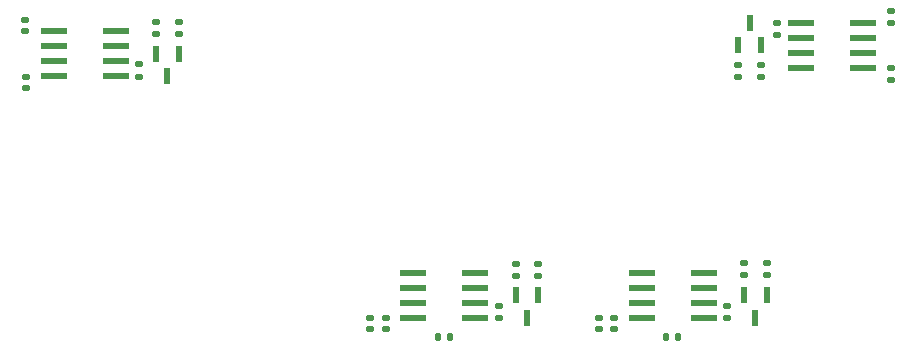
<source format=gbr>
%TF.GenerationSoftware,KiCad,Pcbnew,8.0.4*%
%TF.CreationDate,2024-08-06T12:25:02-05:00*%
%TF.ProjectId,sqrt_of_g,73717274-5f6f-4665-9f67-2e6b69636164,1.0.1*%
%TF.SameCoordinates,Original*%
%TF.FileFunction,Paste,Bot*%
%TF.FilePolarity,Positive*%
%FSLAX46Y46*%
G04 Gerber Fmt 4.6, Leading zero omitted, Abs format (unit mm)*
G04 Created by KiCad (PCBNEW 8.0.4) date 2024-08-06 12:25:02*
%MOMM*%
%LPD*%
G01*
G04 APERTURE LIST*
G04 Aperture macros list*
%AMRoundRect*
0 Rectangle with rounded corners*
0 $1 Rounding radius*
0 $2 $3 $4 $5 $6 $7 $8 $9 X,Y pos of 4 corners*
0 Add a 4 corners polygon primitive as box body*
4,1,4,$2,$3,$4,$5,$6,$7,$8,$9,$2,$3,0*
0 Add four circle primitives for the rounded corners*
1,1,$1+$1,$2,$3*
1,1,$1+$1,$4,$5*
1,1,$1+$1,$6,$7*
1,1,$1+$1,$8,$9*
0 Add four rect primitives between the rounded corners*
20,1,$1+$1,$2,$3,$4,$5,0*
20,1,$1+$1,$4,$5,$6,$7,0*
20,1,$1+$1,$6,$7,$8,$9,0*
20,1,$1+$1,$8,$9,$2,$3,0*%
G04 Aperture macros list end*
%ADD10RoundRect,0.135000X0.135000X0.185000X-0.135000X0.185000X-0.135000X-0.185000X0.135000X-0.185000X0*%
%ADD11R,2.209800X0.609600*%
%ADD12RoundRect,0.135000X-0.185000X0.135000X-0.185000X-0.135000X0.185000X-0.135000X0.185000X0.135000X0*%
%ADD13RoundRect,0.140000X-0.170000X0.140000X-0.170000X-0.140000X0.170000X-0.140000X0.170000X0.140000X0*%
%ADD14RoundRect,0.135000X0.185000X-0.135000X0.185000X0.135000X-0.185000X0.135000X-0.185000X-0.135000X0*%
%ADD15R,0.558800X1.320800*%
%ADD16RoundRect,0.140000X0.170000X-0.140000X0.170000X0.140000X-0.170000X0.140000X-0.170000X-0.140000X0*%
G04 APERTURE END LIST*
D10*
%TO.C,R11*%
X167040000Y-128230000D03*
X166020000Y-128230000D03*
%TD*%
D11*
%TO.C,Q5*%
X119452400Y-102370000D03*
X119452400Y-103640000D03*
X119452400Y-104910000D03*
X119452400Y-106180000D03*
X114220000Y-106180000D03*
X114220000Y-104910000D03*
X114220000Y-103640000D03*
X114220000Y-102370000D03*
%TD*%
D12*
%TO.C,R10*%
X121466200Y-105165001D03*
X121466200Y-106184999D03*
%TD*%
D13*
%TO.C,C13*%
X142300000Y-126618099D03*
X142300000Y-127578099D03*
%TD*%
D14*
%TO.C,R27*%
X172670000Y-123030001D03*
X172670000Y-122010001D03*
%TD*%
D10*
%TO.C,R6*%
X147719999Y-128230000D03*
X146700001Y-128230000D03*
%TD*%
D14*
%TO.C,R7*%
X175480000Y-102658100D03*
X175480000Y-101638100D03*
%TD*%
D12*
%TO.C,R8*%
X124786200Y-101595001D03*
X124786200Y-102614999D03*
%TD*%
D13*
%TO.C,C14*%
X140960000Y-126630000D03*
X140960000Y-127590000D03*
%TD*%
D11*
%TO.C,Q2*%
X177493800Y-105453100D03*
X177493800Y-104183100D03*
X177493800Y-102913100D03*
X177493800Y-101643100D03*
X182726200Y-101643100D03*
X182726200Y-102913100D03*
X182726200Y-104183100D03*
X182726200Y-105453100D03*
%TD*%
D12*
%TO.C,R26*%
X174570000Y-122010000D03*
X174570000Y-123030000D03*
%TD*%
D14*
%TO.C,R24*%
X153330000Y-123038101D03*
X153330000Y-122018101D03*
%TD*%
%TO.C,R9*%
X122886200Y-102615000D03*
X122886200Y-101595002D03*
%TD*%
D12*
%TO.C,R28*%
X171250000Y-125580000D03*
X171250000Y-126600000D03*
%TD*%
D11*
%TO.C,Q9*%
X169236200Y-122785000D03*
X169236200Y-124055000D03*
X169236200Y-125325000D03*
X169236200Y-126595000D03*
X164003800Y-126595000D03*
X164003800Y-125325000D03*
X164003800Y-124055000D03*
X164003800Y-122785000D03*
%TD*%
D15*
%TO.C,Q6*%
X153317500Y-124724801D03*
X155222500Y-124724801D03*
X154270000Y-126604401D03*
%TD*%
D12*
%TO.C,R25*%
X151910000Y-125588100D03*
X151910000Y-126608100D03*
%TD*%
D13*
%TO.C,C5*%
X111856200Y-106194999D03*
X111856200Y-107154999D03*
%TD*%
D16*
%TO.C,C6*%
X111816200Y-102335000D03*
X111816200Y-101375000D03*
%TD*%
D13*
%TO.C,C4*%
X185130000Y-105488100D03*
X185130000Y-106448100D03*
%TD*%
D15*
%TO.C,Q1*%
X174072500Y-103521399D03*
X172167500Y-103521399D03*
X173120000Y-101641799D03*
%TD*%
D12*
%TO.C,R5*%
X174060000Y-105208098D03*
X174060000Y-106228098D03*
%TD*%
D16*
%TO.C,C3*%
X185090000Y-101628102D03*
X185090000Y-100668102D03*
%TD*%
D13*
%TO.C,C15*%
X161640000Y-126609999D03*
X161640000Y-127569999D03*
%TD*%
D15*
%TO.C,Q8*%
X172657500Y-124716701D03*
X174562500Y-124716701D03*
X173610000Y-126596301D03*
%TD*%
D14*
%TO.C,R4*%
X172160000Y-106228099D03*
X172160000Y-105208099D03*
%TD*%
D15*
%TO.C,Q4*%
X122873700Y-104301701D03*
X124778700Y-104301701D03*
X123826200Y-106181301D03*
%TD*%
D13*
%TO.C,C16*%
X160360000Y-126640000D03*
X160360000Y-127600000D03*
%TD*%
D12*
%TO.C,R23*%
X155230000Y-122018100D03*
X155230000Y-123038100D03*
%TD*%
D11*
%TO.C,Q7*%
X149896200Y-122793100D03*
X149896200Y-124063100D03*
X149896200Y-125333100D03*
X149896200Y-126603100D03*
X144663800Y-126603100D03*
X144663800Y-125333100D03*
X144663800Y-124063100D03*
X144663800Y-122793100D03*
%TD*%
M02*

</source>
